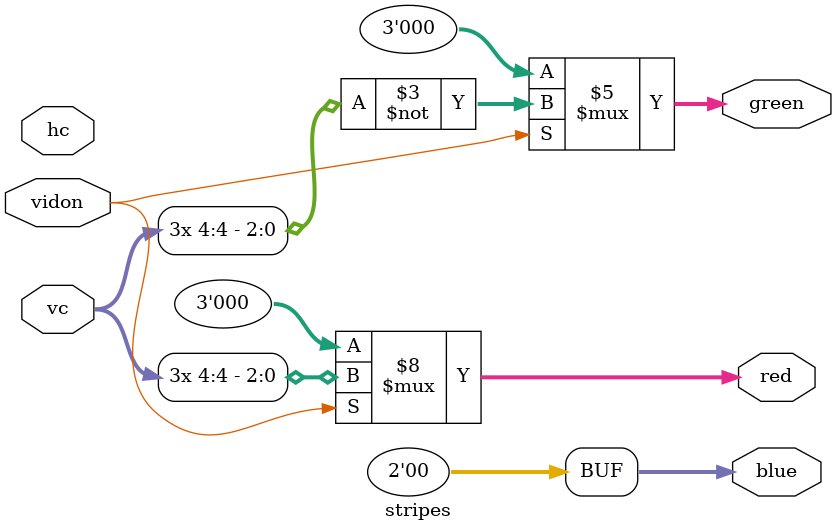
<source format=v>
`timescale 1ns / 1ps
module stripes(
	input wire vidon,
	input wire [9:0] hc, vc,
	output reg [2:0] red, green,
	output reg [1:0] blue
    );
	
always @(*)
	begin
		red = 0;
		green = 0;
		blue = 0;
		if(vidon == 1)
			begin
				red = {vc[4], vc[4], vc[4]};
				green = ~{vc[4], vc[4], vc[4]};
			end
	end


endmodule

</source>
